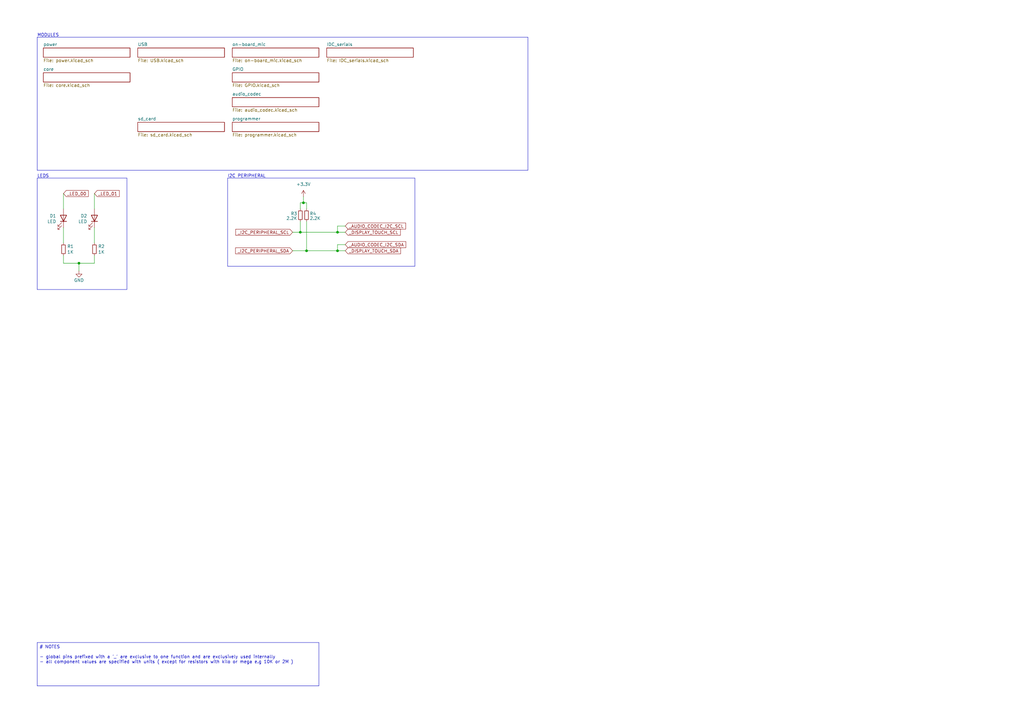
<source format=kicad_sch>
(kicad_sch (version 20231120) (generator "eeschema") (generator_version "8.0")
  (paper "A3")
  (title_block (title "KLST_CATERPILLAR") (date "2023-08-19") (rev "V1.0"))
  (lib_symbols
    (symbol "Device:LED" (pin_numbers hide) (pin_names (offset 1.016) hide)
      (property "Reference" "D" (at 0 2.54 0))
      (property "Value" "LED" (at 0 -2.54 0))
      (symbol "LED_0_1"
        (polyline (pts (xy -1.27 -1.27) (xy -1.27 1.27)) (stroke (width 0.254)))
        (polyline (pts (xy -1.27 0) (xy 1.27 0)))
        (polyline (pts (xy 1.27 -1.27) (xy 1.27 1.27) (xy -1.27 0) (xy 1.27 -1.27)) (stroke (width 0.254)))
        (polyline (pts (xy -3.048 -0.762) (xy -4.572 -2.286) (xy -3.81 -2.286) (xy -4.572 -2.286) (xy -4.572 -1.524)))
        (polyline (pts (xy -1.778 -0.762) (xy -3.302 -2.286) (xy -2.54 -2.286) (xy -3.302 -2.286) (xy -3.302 -1.524)))
      )
      (symbol "LED_1_1"
        (pin passive line (at -3.81 0 0) (length 2.54) (name "K") (number "1"))
        (pin passive line (at 3.81 0 180) (length 2.54) (name "A") (number "2"))
      )
    )
    (symbol "Device:R_Small" (pin_numbers hide) (pin_names (offset 0.254) hide)
      (property "Reference" "R" (at 0.762 0.508 0))
      (property "Value" "R_Small" (at 0.762 -1.016 0))
      (symbol "R_Small_0_1"
        (rectangle (start -0.762 1.778) (end 0.762 -1.778) (stroke (width 0.2032)))
      )
      (symbol "R_Small_1_1"
        (pin passive line (at 0 2.54 270) (length 0.762) (name "~") (number "1"))
        (pin passive line (at 0 -2.54 90) (length 0.762) (name "~") (number "2"))
      )
    )
    (symbol "power:+3.3V" (power) (pin_names (offset 0))
      (property "Value" "+3.3V" (at 0 3.556 0))
      (symbol "+3.3V_0_1"
        (polyline (pts (xy -0.762 1.27) (xy 0 2.54)))
        (polyline (pts (xy 0 0) (xy 0 2.54)))
        (polyline (pts (xy 0 2.54) (xy 0.762 1.27)))
      )
      (symbol "+3.3V_1_1"
        (pin power_in line (at 0 0 90) (length 0) hide (name "+3.3V") (number "1"))
      )
    )
    (symbol "power:GND" (power) (pin_names (offset 0))
      (property "Value" "GND" (at 0 -3.81 0))
      (symbol "GND_0_1"
        (polyline (pts (xy 0 0) (xy 0 -1.27) (xy 1.27 -1.27) (xy 0 -2.54) (xy -1.27 -1.27) (xy 0 -1.27)))
      )
      (symbol "GND_1_1"
        (pin power_in line (at 0 0 270) (length 0) hide (name "GND") (number "1"))
      )
    )
  )
  (junction (at 32.385 107.95))
  (junction (at 123.19 95.25))
  (junction (at 125.73 102.87))
  (junction (at 138.43 102.87))
  (junction (at 124.46 83.185))
  (junction (at 138.43 95.25))
  (wire (pts (xy 123.19 90.805) (xy 123.19 95.25)))
  (wire (pts (xy 120.015 102.87) (xy 125.73 102.87)))
  (wire (pts (xy 138.43 92.71) (xy 141.605 92.71)))
  (wire (pts (xy 138.43 92.71) (xy 138.43 95.25)))
  (wire (pts (xy 32.385 107.95) (xy 32.385 111.125)))
  (wire (pts (xy 125.73 102.87) (xy 138.43 102.87)))
  (wire (pts (xy 124.46 80.645) (xy 124.46 83.185)))
  (wire (pts (xy 138.43 100.33) (xy 138.43 102.87)))
  (wire (pts (xy 125.73 90.805) (xy 125.73 102.87)))
  (wire (pts (xy 38.735 107.95) (xy 32.385 107.95)))
  (wire (pts (xy 26.035 107.95) (xy 32.385 107.95)))
  (wire (pts (xy 123.19 83.185) (xy 123.19 85.725)))
  (wire (pts (xy 124.46 83.185) (xy 125.73 83.185)))
  (wire (pts (xy 26.035 104.775) (xy 26.035 107.95)))
  (wire (pts (xy 141.605 102.87) (xy 138.43 102.87)))
  (wire (pts (xy 26.035 79.375) (xy 26.035 85.725)))
  (wire (pts (xy 125.73 83.185) (xy 125.73 85.725)))
  (wire (pts (xy 123.19 95.25) (xy 138.43 95.25)))
  (wire (pts (xy 38.735 79.375) (xy 38.735 85.725)))
  (wire (pts (xy 38.735 104.775) (xy 38.735 107.95)))
  (wire (pts (xy 123.19 83.185) (xy 124.46 83.185)))
  (wire (pts (xy 138.43 100.33) (xy 141.605 100.33)))
  (wire (pts (xy 38.735 93.345) (xy 38.735 99.695)))
  (wire (pts (xy 120.015 95.25) (xy 123.19 95.25)))
  (wire (pts (xy 26.035 93.345) (xy 26.035 99.695)))
  (wire (pts (xy 141.605 95.25) (xy 138.43 95.25)))
  (rectangle (start 93.345 73.025) (end 170.18 109.22))
  (rectangle (start 15.24 73.025) (end 52.07 118.745))
  (rectangle (start 15.24 15.24) (end 216.535 69.85))
  (text_box "# NOTES\n\n- global pins prefixed with a '_' are exclusive to one function and are exclusively used internally\n- all component values are specified with units ( except for resistors with kilo or mega e.g 10K or 2M )" (at 15.24 263.525 0) (size 115.57 17.78) (effects (font (size 1.27 1.27)) (justify left top)))
  (text "LEDS" (at 15.24 73.025 0) (effects (font (size 1.27 1.27)) (justify left bottom)))
  (text "I2C PERIPHERAL" (at 93.345 73.025 0) (effects (font (size 1.27 1.27)) (justify left bottom)))
  (text "MODULES" (at 15.24 15.24 0) (effects (font (size 1.27 1.27)) (justify left bottom)))
  (global_label "_LED_01" (shape input) (at 38.735 79.375 0) (property "Intersheetrefs" "${INTERSHEET_REFS}" (effects (hide yes))))
  (global_label "_DISPLAY_TOUCH_SCL" (shape input) (at 141.605 95.25 0) (property "Intersheetrefs" "${INTERSHEET_REFS}" (effects (hide yes))))
  (global_label "_I2C_PERIPHERAL_SCL" (shape input) (at 120.015 95.25 180) (property "Intersheetrefs" "${INTERSHEET_REFS}" (effects (hide yes))))
  (global_label "_I2C_PERIPHERAL_SDA" (shape input) (at 120.015 102.87 180) (property "Intersheetrefs" "${INTERSHEET_REFS}" (effects (hide yes))))
  (global_label "_LED_00" (shape input) (at 26.035 79.375 0) (property "Intersheetrefs" "${INTERSHEET_REFS}" (effects (hide yes))))
  (global_label "_AUDIO_CODEC_I2C_SCL" (shape input) (at 141.605 92.71 0) (property "Intersheetrefs" "${INTERSHEET_REFS}" (effects (hide yes))))
  (global_label "_AUDIO_CODEC_I2C_SDA" (shape input) (at 141.605 100.33 0) (property "Intersheetrefs" "${INTERSHEET_REFS}" (effects (hide yes))))
  (global_label "_DISPLAY_TOUCH_SDA" (shape input) (at 141.605 102.87 0) (property "Intersheetrefs" "${INTERSHEET_REFS}" (effects (hide yes))))
  (symbol (lib_id "Device:R_Small") (at 38.735 102.235 180) (unit 1)
    (property "Reference" "R2" (at 40.2336 101.0666 0) (effects (justify right)))
    (property "Value" "1K" (at 40.2336 103.378 0) (effects (justify right)))
    (property "Footprint" "Resistor_SMD:R_0805_2012Metric_Pad1.20x1.40mm_HandSolder" (effects (hide yes)))
    (property "Description" "125mW" (effects (hide yes)))
    (property "JLCPCB" "C17513" (effects (hide yes)))
  )
  (symbol (lib_id "Device:LED") (at 26.035 89.535 270) (mirror x) (unit 1)
    (property "Reference" "D1" (at 23.0378 88.5444 90) (effects (justify right)))
    (property "Value" "LED" (at 23.0378 90.8558 90) (effects (justify right)))
    (property "Footprint" "LED_SMD:LED_0805_2012Metric" (effects (hide yes)))
    (property "Description" "WHITE" (effects (hide yes)))
    (property "JLCPCB" "C34499" (effects (hide yes)))
  )
  (symbol (lib_id "Device:R_Small") (at 123.19 88.265 0) (unit 1)
    (property "Reference" "R3" (at 121.92 87.63 0) (effects (justify right)))
    (property "Value" "2.2K" (at 121.92 89.535 0) (effects (justify right)))
    (property "Footprint" "Resistor_SMD:R_0402_1005Metric" (effects (hide yes)))
    (property "Description" "62.5mW" (effects (hide yes)))
    (property "JLCPCB" "C966835" (effects (hide yes)))
  )
  (symbol (lib_id "Device:LED") (at 38.735 89.535 270) (mirror x) (unit 1)
    (property "Reference" "D2" (at 35.7378 88.5444 90) (effects (justify right)))
    (property "Value" "LED" (at 35.7378 90.8558 90) (effects (justify right)))
    (property "Footprint" "LED_SMD:LED_0805_2012Metric" (effects (hide yes)))
    (property "Description" "WHITE" (effects (hide yes)))
    (property "JLCPCB" "C34499" (effects (hide yes)))
  )
  (symbol (lib_id "Device:R_Small") (at 26.035 102.235 180) (unit 1)
    (property "Reference" "R1" (at 27.5336 101.0666 0) (effects (justify right)))
    (property "Value" "1K" (at 27.5336 103.378 0) (effects (justify right)))
    (property "Footprint" "Resistor_SMD:R_0805_2012Metric_Pad1.20x1.40mm_HandSolder" (effects (hide yes)))
    (property "Description" "125mW" (effects (hide yes)))
    (property "JLCPCB" "C17513" (effects (hide yes)))
  )
  (symbol (lib_id "Device:R_Small") (at 125.73 88.265 0) (unit 1)
    (property "Reference" "R4" (at 127 87.63 0) (effects (justify left)))
    (property "Value" "2.2K" (at 127 89.535 0) (effects (justify left)))
    (property "Footprint" "Resistor_SMD:R_0402_1005Metric" (effects (hide yes)))
    (property "Description" "62.5mW" (effects (hide yes)))
    (property "JLCPCB" "C966835" (effects (hide yes)))
  )
  (symbol (lib_id "power:GND") (at 32.385 111.125 0) (unit 1)
    (property "Reference" "#PWR01" (effects (hide yes)))
    (property "Value" "GND" (at 32.385 114.935 0))
  )
  (symbol (lib_id "power:+3.3V") (at 124.46 80.645 0) (unit 1)
    (property "Reference" "#PWR03" (effects (hide yes)))
    (property "Value" "+3.3V" (at 124.46 75.565 0))
  )
  (sheet (at 95.25 50.165) (size 35.56 3.81) (stroke (width 0.1524))
    (property "Sheetname" "programmer" (at 95.25 49.4534 0) (effects (justify left bottom)))
    (property "Sheetfile" "programmer.kicad_sch" (at 95.25 54.5596 0) (effects (justify left top)))
  )
  (sheet (at 95.25 19.685) (size 35.56 3.81) (stroke (width 0.1524))
    (property "Sheetname" "on-board_mic" (at 95.25 18.9734 0) (effects (justify left bottom)))
    (property "Sheetfile" "on-board_mic.kicad_sch" (at 95.25 24.0796 0) (effects (justify left top)))
  )
  (sheet (at 56.515 50.165) (size 35.56 3.81) (stroke (width 0.1524))
    (property "Sheetname" "sd_card" (at 56.515 49.4534 0) (effects (justify left bottom)))
    (property "Sheetfile" "sd_card.kicad_sch" (at 56.515 54.5596 0) (effects (justify left top)))
  )
  (sheet (at 95.25 29.845) (size 35.56 3.81) (stroke (width 0.1524))
    (property "Sheetname" "GPIO" (at 95.25 29.1334 0) (effects (justify left bottom)))
    (property "Sheetfile" "GPIO.kicad_sch" (at 95.25 34.2396 0) (effects (justify left top)))
  )
  (sheet (at 133.985 19.685) (size 35.56 3.81) (stroke (width 0.1524))
    (property "Sheetname" "IDC_serials" (at 133.985 18.9734 0) (effects (justify left bottom)))
    (property "Sheetfile" "IDC_serials.kicad_sch" (at 133.985 24.0796 0) (effects (justify left top)))
  )
  (sheet (at 95.25 40.005) (size 35.56 3.81) (stroke (width 0.1524))
    (property "Sheetname" "audio_codec" (at 95.25 39.2934 0) (effects (justify left bottom)))
    (property "Sheetfile" "audio_codec.kicad_sch" (at 95.25 44.3996 0) (effects (justify left top)))
  )
  (sheet (at 56.515 19.685) (size 35.56 3.81) (stroke (width 0.1524))
    (property "Sheetname" "USB" (at 56.515 18.9734 0) (effects (justify left bottom)))
    (property "Sheetfile" "USB.kicad_sch" (at 56.515 24.0796 0) (effects (justify left top)))
  )
  (sheet (at 17.78 29.845) (size 35.56 3.81) (stroke (width 0.1524))
    (property "Sheetname" "core" (at 17.78 29.1334 0) (effects (justify left bottom)))
    (property "Sheetfile" "core.kicad_sch" (at 17.78 34.2396 0) (effects (justify left top)))
  )
  (sheet (at 17.78 19.685) (size 35.56 3.81) (stroke (width 0.1524))
    (property "Sheetname" "power" (at 17.78 18.9734 0) (effects (justify left bottom)))
    (property "Sheetfile" "power.kicad_sch" (at 17.78 24.0796 0) (effects (justify left top)))
  )
)
</source>
